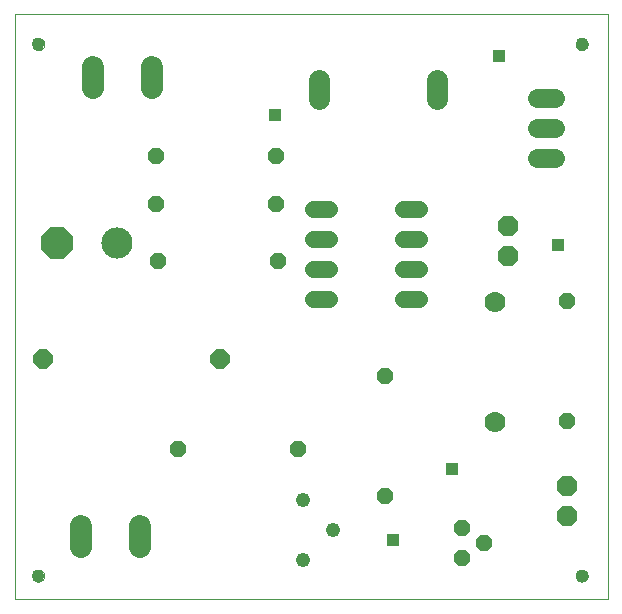
<source format=gts>
G75*
G70*
%OFA0B0*%
%FSLAX24Y24*%
%IPPOS*%
%LPD*%
%AMOC8*
5,1,8,0,0,1.08239X$1,22.5*
%
%ADD10C,0.0000*%
%ADD11C,0.0434*%
%ADD12C,0.0560*%
%ADD13OC8,0.0640*%
%ADD14OC8,0.0670*%
%ADD15OC8,0.0560*%
%ADD16C,0.0640*%
%ADD17C,0.0700*%
%ADD18C,0.0690*%
%ADD19C,0.1040*%
%ADD20OC8,0.1040*%
%ADD21C,0.0480*%
%ADD22C,0.0745*%
%ADD23R,0.0396X0.0396*%
D10*
X000220Y000459D02*
X000220Y019955D01*
X019984Y019955D01*
X019984Y000459D01*
X000220Y000459D01*
X000810Y001247D02*
X000812Y001274D01*
X000818Y001301D01*
X000827Y001327D01*
X000840Y001351D01*
X000856Y001374D01*
X000875Y001393D01*
X000897Y001410D01*
X000921Y001424D01*
X000946Y001434D01*
X000973Y001441D01*
X001000Y001444D01*
X001028Y001443D01*
X001055Y001438D01*
X001081Y001430D01*
X001105Y001418D01*
X001128Y001402D01*
X001149Y001384D01*
X001166Y001363D01*
X001181Y001339D01*
X001192Y001314D01*
X001200Y001288D01*
X001204Y001261D01*
X001204Y001233D01*
X001200Y001206D01*
X001192Y001180D01*
X001181Y001155D01*
X001166Y001131D01*
X001149Y001110D01*
X001128Y001092D01*
X001106Y001076D01*
X001081Y001064D01*
X001055Y001056D01*
X001028Y001051D01*
X001000Y001050D01*
X000973Y001053D01*
X000946Y001060D01*
X000921Y001070D01*
X000897Y001084D01*
X000875Y001101D01*
X000856Y001120D01*
X000840Y001143D01*
X000827Y001167D01*
X000818Y001193D01*
X000812Y001220D01*
X000810Y001247D01*
X000810Y018963D02*
X000812Y018990D01*
X000818Y019017D01*
X000827Y019043D01*
X000840Y019067D01*
X000856Y019090D01*
X000875Y019109D01*
X000897Y019126D01*
X000921Y019140D01*
X000946Y019150D01*
X000973Y019157D01*
X001000Y019160D01*
X001028Y019159D01*
X001055Y019154D01*
X001081Y019146D01*
X001105Y019134D01*
X001128Y019118D01*
X001149Y019100D01*
X001166Y019079D01*
X001181Y019055D01*
X001192Y019030D01*
X001200Y019004D01*
X001204Y018977D01*
X001204Y018949D01*
X001200Y018922D01*
X001192Y018896D01*
X001181Y018871D01*
X001166Y018847D01*
X001149Y018826D01*
X001128Y018808D01*
X001106Y018792D01*
X001081Y018780D01*
X001055Y018772D01*
X001028Y018767D01*
X001000Y018766D01*
X000973Y018769D01*
X000946Y018776D01*
X000921Y018786D01*
X000897Y018800D01*
X000875Y018817D01*
X000856Y018836D01*
X000840Y018859D01*
X000827Y018883D01*
X000818Y018909D01*
X000812Y018936D01*
X000810Y018963D01*
X018921Y018963D02*
X018923Y018990D01*
X018929Y019017D01*
X018938Y019043D01*
X018951Y019067D01*
X018967Y019090D01*
X018986Y019109D01*
X019008Y019126D01*
X019032Y019140D01*
X019057Y019150D01*
X019084Y019157D01*
X019111Y019160D01*
X019139Y019159D01*
X019166Y019154D01*
X019192Y019146D01*
X019216Y019134D01*
X019239Y019118D01*
X019260Y019100D01*
X019277Y019079D01*
X019292Y019055D01*
X019303Y019030D01*
X019311Y019004D01*
X019315Y018977D01*
X019315Y018949D01*
X019311Y018922D01*
X019303Y018896D01*
X019292Y018871D01*
X019277Y018847D01*
X019260Y018826D01*
X019239Y018808D01*
X019217Y018792D01*
X019192Y018780D01*
X019166Y018772D01*
X019139Y018767D01*
X019111Y018766D01*
X019084Y018769D01*
X019057Y018776D01*
X019032Y018786D01*
X019008Y018800D01*
X018986Y018817D01*
X018967Y018836D01*
X018951Y018859D01*
X018938Y018883D01*
X018929Y018909D01*
X018923Y018936D01*
X018921Y018963D01*
X018921Y001247D02*
X018923Y001274D01*
X018929Y001301D01*
X018938Y001327D01*
X018951Y001351D01*
X018967Y001374D01*
X018986Y001393D01*
X019008Y001410D01*
X019032Y001424D01*
X019057Y001434D01*
X019084Y001441D01*
X019111Y001444D01*
X019139Y001443D01*
X019166Y001438D01*
X019192Y001430D01*
X019216Y001418D01*
X019239Y001402D01*
X019260Y001384D01*
X019277Y001363D01*
X019292Y001339D01*
X019303Y001314D01*
X019311Y001288D01*
X019315Y001261D01*
X019315Y001233D01*
X019311Y001206D01*
X019303Y001180D01*
X019292Y001155D01*
X019277Y001131D01*
X019260Y001110D01*
X019239Y001092D01*
X019217Y001076D01*
X019192Y001064D01*
X019166Y001056D01*
X019139Y001051D01*
X019111Y001050D01*
X019084Y001053D01*
X019057Y001060D01*
X019032Y001070D01*
X019008Y001084D01*
X018986Y001101D01*
X018967Y001120D01*
X018951Y001143D01*
X018938Y001167D01*
X018929Y001193D01*
X018923Y001220D01*
X018921Y001247D01*
D11*
X019118Y001247D03*
X019118Y018963D03*
X001007Y018963D03*
X001007Y001247D03*
D12*
X010173Y010459D02*
X010693Y010459D01*
X010693Y011459D02*
X010173Y011459D01*
X010173Y012459D02*
X010693Y012459D01*
X010693Y013459D02*
X010173Y013459D01*
X013173Y013459D02*
X013693Y013459D01*
X013693Y012459D02*
X013173Y012459D01*
X013173Y011459D02*
X013693Y011459D01*
X013693Y010459D02*
X013173Y010459D01*
D13*
X007064Y008459D03*
X001164Y008459D03*
D14*
X016645Y011908D03*
X016645Y012908D03*
X018614Y004235D03*
X018614Y003235D03*
D15*
X015864Y002353D03*
X015114Y001853D03*
X015114Y002853D03*
X012551Y003920D03*
X009657Y005459D03*
X012551Y007920D03*
X008996Y011751D03*
X008933Y013629D03*
X008933Y015247D03*
X004933Y015247D03*
X004933Y013629D03*
X004996Y011751D03*
X005657Y005459D03*
X018614Y006416D03*
X018614Y010416D03*
D16*
X018233Y015172D02*
X017633Y015172D01*
X017633Y016172D02*
X018233Y016172D01*
X018233Y017172D02*
X017633Y017172D01*
D17*
X016220Y010373D03*
X016220Y006373D03*
D18*
X014295Y017135D02*
X014295Y017784D01*
X010358Y017784D02*
X010358Y017135D01*
D19*
X003614Y012353D03*
D20*
X001614Y012353D03*
D21*
X009826Y003778D03*
X010826Y002778D03*
X009826Y001778D03*
D22*
X004393Y002205D02*
X004393Y002910D01*
X002425Y002910D02*
X002425Y002205D01*
X002811Y017516D02*
X002811Y018221D01*
X004779Y018221D02*
X004779Y017516D01*
D23*
X008881Y016601D03*
X016362Y018570D03*
X018330Y012270D03*
X014787Y004790D03*
X012818Y002428D03*
M02*

</source>
